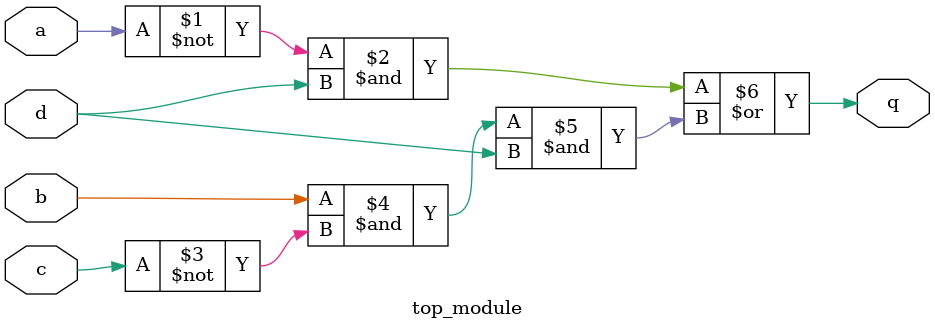
<source format=sv>
module top_module (
	input a, 
	input b, 
	input c, 
	input d,
	output q
);

	assign q = (~a & d) | (b & ~c & d);
    
endmodule

</source>
